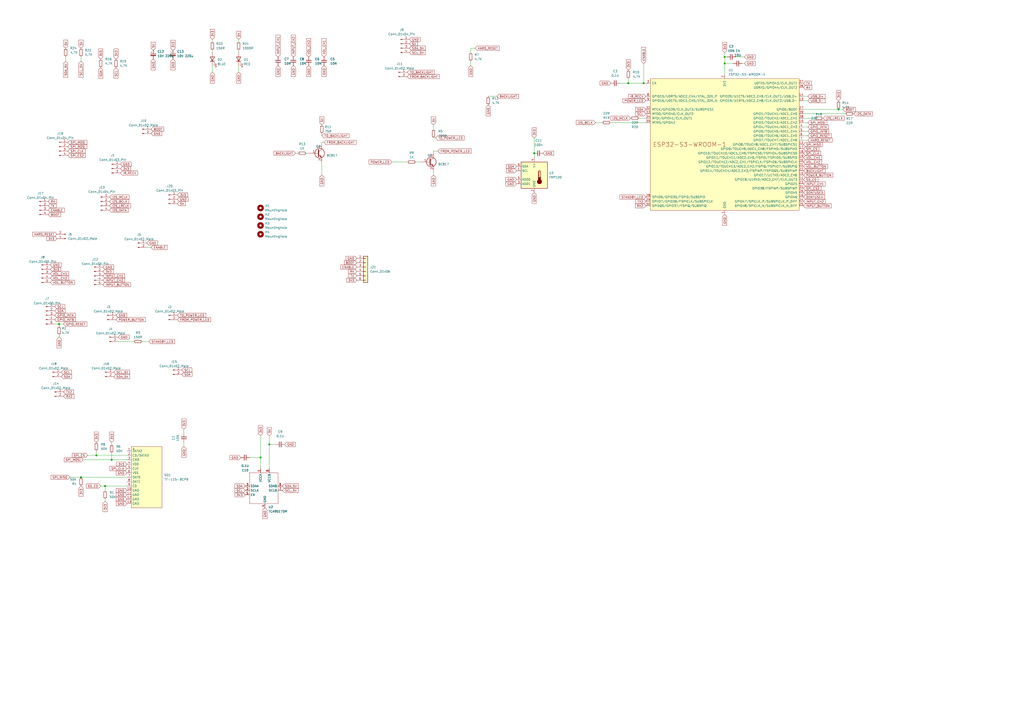
<source format=kicad_sch>
(kicad_sch (version 20250114) (generator "eeschema") (generator_version "9.0")
  (paper "A2")
  (junction (at 486.41 63.5))
  (junction (at 46.99 276.86))
  (junction (at 156.21 257.81))
  (junction (at 309.88 88.9))
  (junction (at 60.96 281.94))
  (junction (at 364.49 48.26))
  (junction (at 64.77 266.7))
  (junction (at 55.88 264.16))
  (junction (at 151.13 265.43))
  (junction (at 373.38 48.26))
  (junction (at 420.37 36.83))
  (junction (at 34.29 187.96))
  (junction (at 420.37 33.02))
  (wire (pts (xy 488.95 63.5) (xy 486.41 63.5)))
  (wire (pts (xy 354.33 71.12) (xy 374.65 71.12)))
  (wire (pts (xy 55.88 261.62) (xy 55.88 264.16)))
  (wire (pts (xy 364.49 48.26) (xy 373.38 48.26)))
  (wire (pts (xy 309.88 80.01) (xy 309.88 88.9)))
  (wire (pts (xy 421.64 33.02) (xy 420.37 33.02)))
  (wire (pts (xy 186.69 78.74) (xy 186.69 77.47)))
  (wire (pts (xy 251.46 99.06) (xy 251.46 101.6)))
  (wire (pts (xy 251.46 72.39) (xy 251.46 74.93)))
  (wire (pts (xy 468.63 78.74) (xy 466.09 78.74)))
  (wire (pts (xy 468.63 76.2) (xy 466.09 76.2)))
  (wire (pts (xy 46.99 276.86) (xy 73.66 276.86)))
  (wire (pts (xy 60.96 281.94) (xy 73.66 281.94)))
  (wire (pts (xy 420.37 33.02) (xy 420.37 36.83)))
  (wire (pts (xy 468.63 71.12) (xy 466.09 71.12)))
  (wire (pts (xy 64.77 266.7) (xy 73.66 266.7)))
  (wire (pts (xy 186.69 93.98) (xy 186.69 101.6)))
  (wire (pts (xy 420.37 30.48) (xy 420.37 33.02)))
  (wire (pts (xy 58.42 281.94) (xy 60.96 281.94)))
  (wire (pts (xy 420.37 36.83) (xy 420.37 43.18)))
  (wire (pts (xy 156.21 257.81) (xy 156.21 271.78)))
  (wire (pts (xy 123.19 24.13) (xy 123.19 22.86)))
  (wire (pts (xy 55.88 264.16) (xy 73.66 264.16)))
  (wire (pts (xy 309.88 88.9) (xy 309.88 91.44)))
  (wire (pts (xy 251.46 87.63) (xy 251.46 88.9)))
  (wire (pts (xy 186.69 83.82) (xy 186.69 82.55)))
  (wire (pts (xy 106.68 248.92) (xy 106.68 251.46)))
  (wire (pts (xy 288.29 55.88) (xy 283.21 55.88)))
  (wire (pts (xy 34.29 187.96) (xy 31.75 187.96)))
  (wire (pts (xy 373.38 48.26) (xy 374.65 48.26)))
  (wire (pts (xy 144.78 265.43) (xy 151.13 265.43)))
  (wire (pts (xy 48.26 266.7) (xy 64.77 266.7)))
  (wire (pts (xy 490.22 66.04) (xy 466.09 66.04)))
  (wire (pts (xy 345.44 71.12) (xy 349.25 71.12)))
  (wire (pts (xy 86.36 198.12) (xy 82.55 198.12)))
  (wire (pts (xy 34.29 189.23) (xy 34.29 187.96)))
  (wire (pts (xy 186.69 82.55) (xy 187.96 82.55)))
  (wire (pts (xy 64.77 256.54) (xy 64.77 257.81)))
  (wire (pts (xy 85.09 143.51) (xy 87.63 143.51)))
  (wire (pts (xy 425.45 36.83) (xy 420.37 36.83)))
  (wire (pts (xy 138.43 30.48) (xy 138.43 29.21)))
  (wire (pts (xy 50.8 264.16) (xy 55.88 264.16)))
  (wire (pts (xy 123.19 30.48) (xy 123.19 29.21)))
  (wire (pts (xy 468.63 58.42) (xy 466.09 58.42)))
  (wire (pts (xy 151.13 265.43) (xy 151.13 271.78)))
  (wire (pts (xy 138.43 41.91) (xy 138.43 38.1)))
  (wire (pts (xy 472.44 68.58) (xy 466.09 68.58)))
  (wire (pts (xy 171.45 88.9) (xy 172.72 88.9)))
  (wire (pts (xy 251.46 87.63) (xy 254 87.63)))
  (wire (pts (xy 273.05 38.1) (xy 273.05 35.56)))
  (wire (pts (xy 36.83 187.96) (xy 34.29 187.96)))
  (wire (pts (xy 38.1 33.02) (xy 38.1 35.56)))
  (wire (pts (xy 468.63 73.66) (xy 466.09 73.66)))
  (wire (pts (xy 241.3 93.98) (xy 243.84 93.98)))
  (wire (pts (xy 123.19 41.91) (xy 123.19 38.1)))
  (wire (pts (xy 431.8 36.83) (xy 430.53 36.83)))
  (wire (pts (xy 431.8 33.02) (xy 426.72 33.02)))
  (wire (pts (xy 156.21 252.73) (xy 156.21 257.81)))
  (wire (pts (xy 370.84 68.58) (xy 374.65 68.58)))
  (wire (pts (xy 151.13 252.73) (xy 151.13 265.43)))
  (wire (pts (xy 373.38 36.83) (xy 373.38 48.26)))
  (wire (pts (xy 275.59 27.94) (xy 273.05 27.94)))
  (wire (pts (xy 252.73 80.01) (xy 251.46 80.01)))
  (wire (pts (xy 34.29 195.58) (xy 34.29 194.31)))
  (wire (pts (xy 60.96 290.83) (xy 60.96 289.56)))
  (wire (pts (xy 156.21 257.81) (xy 160.02 257.81)))
  (wire (pts (xy 468.63 55.88) (xy 466.09 55.88)))
  (wire (pts (xy 273.05 30.48) (xy 273.05 27.94)))
  (wire (pts (xy 466.09 63.5) (xy 486.41 63.5)))
  (wire (pts (xy 64.77 262.89) (xy 64.77 266.7)))
  (wire (pts (xy 468.63 81.28) (xy 466.09 81.28)))
  (wire (pts (xy 138.43 24.13) (xy 138.43 22.86)))
  (wire (pts (xy 359.41 48.26) (xy 364.49 48.26)))
  (wire (pts (xy 364.49 45.72) (xy 364.49 48.26)))
  (wire (pts (xy 177.8 88.9) (xy 179.07 88.9)))
  (wire (pts (xy 60.96 284.48) (xy 60.96 281.94)))
  (wire (pts (xy 46.99 33.02) (xy 46.99 35.56)))
  (wire (pts (xy 77.47 198.12) (xy 68.58 198.12)))
  (wire (pts (xy 227.33 93.98) (xy 236.22 93.98)))
  (wire (pts (xy 40.64 276.86) (xy 46.99 276.86)))
  (wire (pts (xy 106.68 259.08) (xy 106.68 256.54)))
  (global_label "VOL_CH1" (shape input) (at 187.96 33.02 90) (property "Intersheetrefs" "${INTERSHEET_REFS}" (effects (hide yes))))
  (global_label "SDA_5V" (shape input) (at 237.49 27.94 0) (property "Intersheetrefs" "${INTERSHEET_REFS}" (effects (hide yes))))
  (global_label "GND" (shape input) (at 59.69 154.94 0) (property "Intersheetrefs" "${INTERSHEET_REFS}" (effects (hide yes))))
  (global_label "VOL_CH2" (shape input) (at 29.21 161.29 0) (property "Intersheetrefs" "${INTERSHEET_REFS}" (effects (hide yes))))
  (global_label "SPI_CS2" (shape input) (at 39.37 90.17 0) (property "Intersheetrefs" "${INTERSHEET_REFS}" (effects (hide yes))))
  (global_label "GND" (shape input) (at 29.21 153.67 0) (property "Intersheetrefs" "${INTERSHEET_REFS}" (effects (hide yes))))
  (global_label "5V" (shape input) (at 38.1 27.94 90) (property "Intersheetrefs" "${INTERSHEET_REFS}" (effects (hide yes))))
  (global_label "DONTUSE4" (shape input) (at 466.09 114.3 0) (property "Intersheetrefs" "${INTERSHEET_REFS}" (effects (hide yes))))
  (global_label "VOL_CH2" (shape input) (at 466.09 93.98 0) (property "Intersheetrefs" "${INTERSHEET_REFS}" (effects (hide yes))))
  (global_label "USB_D-" (shape input) (at 468.63 58.42 0) (property "Intersheetrefs" "${INTERSHEET_REFS}" (effects (hide yes))))
  (global_label "GND" (shape input) (at 73.66 292.1 180) (property "Intersheetrefs" "${INTERSHEET_REFS}" (effects (hide yes))))
  (global_label "GND" (shape input) (at 87.63 77.47 0) (property "Intersheetrefs" "${INTERSHEET_REFS}" (effects (hide yes))))
  (global_label "GND" (shape input) (at 106.68 259.08 270) (property "Intersheetrefs" "${INTERSHEET_REFS}" (effects (hide yes))))
  (global_label "3V3" (shape input) (at 420.37 30.48 90) (property "Intersheetrefs" "${INTERSHEET_REFS}" (effects (hide yes))))
  (global_label "GND" (shape input) (at 237.49 22.86 0) (property "Intersheetrefs" "${INTERSHEET_REFS}" (effects (hide yes))))
  (global_label "GND" (shape input) (at 431.8 33.02 0) (property "Intersheetrefs" "${INTERSHEET_REFS}" (effects (hide yes))))
  (global_label "GND" (shape input) (at 68.58 195.58 0) (property "Intersheetrefs" "${INTERSHEET_REFS}" (effects (hide yes))))
  (global_label "5V" (shape input) (at 46.99 27.94 90) (property "Intersheetrefs" "${INTERSHEET_REFS}" (effects (hide yes))))
  (global_label "5V" (shape input) (at 156.21 252.73 90) (property "Intersheetrefs" "${INTERSHEET_REFS}" (effects (hide yes))))
  (global_label "VOL_CH1" (shape input) (at 466.09 91.44 0) (property "Intersheetrefs" "${INTERSHEET_REFS}" (effects (hide yes))))
  (global_label "IR_RECV" (shape input) (at 69.85 100.33 0) (property "Intersheetrefs" "${INTERSHEET_REFS}" (effects (hide yes))))
  (global_label "3V3" (shape input) (at 69.85 97.79 0) (property "Intersheetrefs" "${INTERSHEET_REFS}" (effects (hide yes))))
  (global_label "SCL_5V" (shape input) (at 66.04 215.9 0) (property "Intersheetrefs" "${INTERSHEET_REFS}" (effects (hide yes))))
  (global_label "POWER_LED" (shape input) (at 374.65 58.42 180) (property "Intersheetrefs" "${INTERSHEET_REFS}" (effects (hide yes))))
  (global_label "3V3" (shape input) (at 207.01 162.56 180) (property "Intersheetrefs" "${INTERSHEET_REFS}" (effects (hide yes))))
  (global_label "3V3" (shape input) (at 106.68 248.92 90) (property "Intersheetrefs" "${INTERSHEET_REFS}" (effects (hide yes))))
  (global_label "SDA_5V" (shape input) (at 66.04 218.44 0) (property "Intersheetrefs" "${INTERSHEET_REFS}" (effects (hide yes))))
  (global_label "BOOT" (shape input) (at 488.95 63.5 0) (property "Intersheetrefs" "${INTERSHEET_REFS}" (effects (hide yes))))
  (global_label "SDA" (shape input) (at 58.42 39.37 270) (property "Intersheetrefs" "${INTERSHEET_REFS}" (effects (hide yes))))
  (global_label "SCL" (shape input) (at 105.41 214.63 0) (property "Intersheetrefs" "${INTERSHEET_REFS}" (effects (hide yes))))
  (global_label "GND" (shape input) (at 34.29 195.58 270) (property "Intersheetrefs" "${INTERSHEET_REFS}" (effects (hide yes))))
  (global_label "BOOT" (shape input) (at 87.63 74.93 0) (property "Intersheetrefs" "${INTERSHEET_REFS}" (effects (hide yes))))
  (global_label "POWER_BUTTON" (shape input) (at 67.31 185.42 0) (property "Intersheetrefs" "${INTERSHEET_REFS}" (effects (hide yes))))
  (global_label "3V3" (shape input) (at 55.88 256.54 90) (property "Intersheetrefs" "${INTERSHEET_REFS}" (effects (hide yes))))
  (global_label "INPUT_CH2" (shape input) (at 170.18 33.02 90) (property "Intersheetrefs" "${INTERSHEET_REFS}" (effects (hide yes))))
  (global_label "GND" (shape input) (at 88.9 34.29 270) (property "Intersheetrefs" "${INTERSHEET_REFS}" (effects (hide yes))))
  (global_label "HARD_RESET" (shape input) (at 275.59 27.94 0) (property "Intersheetrefs" "${INTERSHEET_REFS}" (effects (hide yes))))
  (global_label "3V3" (shape input) (at 73.66 269.24 180) (property "Intersheetrefs" "${INTERSHEET_REFS}" (effects (hide yes))))
  (global_label "GPIO_INTB" (shape input) (at 468.63 76.2 0) (property "Intersheetrefs" "${INTERSHEET_REFS}" (effects (hide yes))))
  (global_label "5V" (shape input) (at 102.87 118.11 0) (property "Intersheetrefs" "${INTERSHEET_REFS}" (effects (hide yes))))
  (global_label "SPI_MOSI" (shape input) (at 468.63 71.12 0) (property "Intersheetrefs" "${INTERSHEET_REFS}" (effects (hide yes))))
  (global_label "3V3" (shape input) (at 100.33 29.21 90) (property "Intersheetrefs" "${INTERSHEET_REFS}" (effects (hide yes))))
  (global_label "SCL" (shape input) (at 31.75 177.8 0) (property "Intersheetrefs" "${INTERSHEET_REFS}" (effects (hide yes))))
  (global_label "GND" (shape input) (at 161.29 38.1 270) (property "Intersheetrefs" "${INTERSHEET_REFS}" (effects (hide yes))))
  (global_label "GND" (shape input) (at 100.33 34.29 270) (property "Intersheetrefs" "${INTERSHEET_REFS}" (effects (hide yes))))
  (global_label "SDA_5V" (shape input) (at 163.83 281.94 0) (property "Intersheetrefs" "${INTERSHEET_REFS}" (effects (hide yes))))
  (global_label "TO_BACKLIGHT" (shape input) (at 186.69 78.74 0) (property "Intersheetrefs" "${INTERSHEET_REFS}" (effects (hide yes))))
  (global_label "3V3" (shape input) (at 364.49 40.64 90) (property "Intersheetrefs" "${INTERSHEET_REFS}" (effects (hide yes))))
  (global_label "3V3" (shape input) (at 46.99 281.94 270) (property "Intersheetrefs" "${INTERSHEET_REFS}" (effects (hide yes))))
  (global_label "SPI_MOSI" (shape input) (at 48.26 266.7 180) (property "Intersheetrefs" "${INTERSHEET_REFS}" (effects (hide yes))))
  (global_label "GND" (shape input) (at 69.85 95.25 0) (property "Intersheetrefs" "${INTERSHEET_REFS}" (effects (hide yes))))
  (global_label "SDA" (shape input) (at 35.56 218.44 0) (property "Intersheetrefs" "${INTERSHEET_REFS}" (effects (hide yes))))
  (global_label "5V" (shape input) (at 88.9 29.21 90) (property "Intersheetrefs" "${INTERSHEET_REFS}" (effects (hide yes))))
  (global_label "TX" (shape input) (at 466.09 48.26 0) (property "Intersheetrefs" "${INTERSHEET_REFS}" (effects (hide yes))))
  (global_label "I2S_MCLK" (shape input) (at 63.5 114.3 0) (property "Intersheetrefs" "${INTERSHEET_REFS}" (effects (hide yes))))
  (global_label "TX" (shape input) (at 207.01 160.02 180) (property "Intersheetrefs" "${INTERSHEET_REFS}" (effects (hide yes))))
  (global_label "I2S_DATA" (shape input) (at 63.5 121.92 0) (property "Intersheetrefs" "${INTERSHEET_REFS}" (effects (hide yes))))
  (global_label "I2S_BCLK" (shape input) (at 63.5 116.84 0) (property "Intersheetrefs" "${INTERSHEET_REFS}" (effects (hide yes))))
  (global_label "GND" (shape input) (at 73.66 284.48 180) (property "Intersheetrefs" "${INTERSHEET_REFS}" (effects (hide yes))))
  (global_label "SCL_5V" (shape input) (at 163.83 284.48 0) (property "Intersheetrefs" "${INTERSHEET_REFS}" (effects (hide yes))))
  (global_label "5V" (shape input) (at 237.49 25.4 0) (property "Intersheetrefs" "${INTERSHEET_REFS}" (effects (hide yes))))
  (global_label "3V3" (shape input) (at 33.02 138.43 180) (property "Intersheetrefs" "${INTERSHEET_REFS}" (effects (hide yes))))
  (global_label "TX2" (shape input) (at 36.83 227.33 0) (property "Intersheetrefs" "${INTERSHEET_REFS}" (effects (hide yes))))
  (global_label "VOL_BUTTON" (shape input) (at 29.21 163.83 0) (property "Intersheetrefs" "${INTERSHEET_REFS}" (effects (hide yes))))
  (global_label "SDA_5V" (shape input) (at 38.1 35.56 270) (property "Intersheetrefs" "${INTERSHEET_REFS}" (effects (hide yes))))
  (global_label "INPUT_CH2" (shape input) (at 59.69 162.56 0) (property "Intersheetrefs" "${INTERSHEET_REFS}" (effects (hide yes))))
  (global_label "BOOT" (shape input) (at 207.01 152.4 180) (property "Intersheetrefs" "${INTERSHEET_REFS}" (effects (hide yes))))
  (global_label "STANDBY_LED" (shape input) (at 374.65 114.3 180) (property "Intersheetrefs" "${INTERSHEET_REFS}" (effects (hide yes))))
  (global_label "RX" (shape input) (at 207.01 157.48 180) (property "Intersheetrefs" "${INTERSHEET_REFS}" (effects (hide yes))))
  (global_label "INPUT_BUTTON" (shape input) (at 59.69 165.1 0) (property "Intersheetrefs" "${INTERSHEET_REFS}" (effects (hide yes))))
  (global_label "BOOT" (shape input) (at 27.94 124.46 0) (property "Intersheetrefs" "${INTERSHEET_REFS}" (effects (hide yes))))
  (global_label "INPUT_CH1" (shape input) (at 466.09 106.68 0) (property "Intersheetrefs" "${INTERSHEET_REFS}" (effects (hide yes))))
  (global_label "3V3" (shape input) (at 151.13 252.73 90) (property "Intersheetrefs" "${INTERSHEET_REFS}" (effects (hide yes))))
  (global_label "GND" (shape input) (at 73.66 289.56 180) (property "Intersheetrefs" "${INTERSHEET_REFS}" (effects (hide yes))))
  (global_label "3V3" (shape input) (at 64.77 256.54 90) (property "Intersheetrefs" "${INTERSHEET_REFS}" (effects (hide yes))))
  (global_label "GND" (shape input) (at 102.87 115.57 0) (property "Intersheetrefs" "${INTERSHEET_REFS}" (effects (hide yes))))
  (global_label "STANDBY_LED" (shape input) (at 86.36 198.12 0) (property "Intersheetrefs" "${INTERSHEET_REFS}" (effects (hide yes))))
  (global_label "I2S_LRCLK" (shape input) (at 477.52 68.58 0) (property "Intersheetrefs" "${INTERSHEET_REFS}" (effects (hide yes))))
  (global_label "RX2" (shape input) (at 36.83 229.87 0) (property "Intersheetrefs" "${INTERSHEET_REFS}" (effects (hide yes))))
  (global_label "SPI_CLK" (shape input) (at 466.09 88.9 0) (property "Intersheetrefs" "${INTERSHEET_REFS}" (effects (hide yes))))
  (global_label "3V3" (shape input) (at 142.24 287.02 180) (property "Intersheetrefs" "${INTERSHEET_REFS}" (effects (hide yes))))
  (global_label "SPI_CS" (shape input) (at 466.09 86.36 0) (property "Intersheetrefs" "${INTERSHEET_REFS}" (effects (hide yes))))
  (global_label "TX2" (shape input) (at 374.65 116.84 180) (property "Intersheetrefs" "${INTERSHEET_REFS}" (effects (hide yes))))
  (global_label "I2S_MCLK" (shape input) (at 365.76 68.58 180) (property "Intersheetrefs" "${INTERSHEET_REFS}" (effects (hide yes))))
  (global_label "SCL" (shape input) (at 142.24 284.48 180) (property "Intersheetrefs" "${INTERSHEET_REFS}" (effects (hide yes))))
  (global_label "SCL" (shape input) (at 374.65 66.04 180) (property "Intersheetrefs" "${INTERSHEET_REFS}" (effects (hide yes))))
  (global_label "GPIO_RESET" (shape input) (at 468.63 78.74 0) (property "Intersheetrefs" "${INTERSHEET_REFS}" (effects (hide yes))))
  (global_label "SDA" (shape input) (at 374.65 63.5 180) (property "Intersheetrefs" "${INTERSHEET_REFS}" (effects (hide yes))))
  (global_label "SPI_MISO" (shape input) (at 40.64 276.86 180) (property "Intersheetrefs" "${INTERSHEET_REFS}" (effects (hide yes))))
  (global_label "ENABLE" (shape input) (at 207.01 154.94 180) (property "Intersheetrefs" "${INTERSHEET_REFS}" (effects (hide yes))))
  (global_label "SPI_MISO" (shape input) (at 466.09 83.82 0) (property "Intersheetrefs" "${INTERSHEET_REFS}" (effects (hide yes))))
  (global_label "GND" (shape input) (at 153.67 294.64 270) (property "Intersheetrefs" "${INTERSHEET_REFS}" (effects (hide yes))))
  (global_label "ENABLE" (shape input) (at 373.38 36.83 90) (property "Intersheetrefs" "${INTERSHEET_REFS}" (effects (hide yes))))
  (global_label "GND" (shape input) (at 123.19 41.91 270) (property "Intersheetrefs" "${INTERSHEET_REFS}" (effects (hide yes))))
  (global_label "GND" (shape input) (at 139.7 265.43 180) (property "Intersheetrefs" "${INTERSHEET_REFS}" (effects (hide yes))))
  (global_label "INPUT_CH2" (shape input) (at 466.09 116.84 0) (property "Intersheetrefs" "${INTERSHEET_REFS}" (effects (hide yes))))
  (global_label "RX" (shape input) (at 466.09 50.8 0) (property "Intersheetrefs" "${INTERSHEET_REFS}" (effects (hide yes))))
  (global_label "SPI_CLK" (shape input) (at 39.37 87.63 0) (property "Intersheetrefs" "${INTERSHEET_REFS}" (effects (hide yes))))
  (global_label "SCL" (shape input) (at 35.56 215.9 0) (property "Intersheetrefs" "${INTERSHEET_REFS}" (effects (hide yes))))
  (global_label "FROM_POWER_LED" (shape input) (at 254 87.63 0) (property "Intersheetrefs" "${INTERSHEET_REFS}" (effects (hide yes))))
  (global_label "INPUT_BUTTON" (shape input) (at 466.09 119.38 0) (property "Intersheetrefs" "${INTERSHEET_REFS}" (effects (hide yes))))
  (global_label "5V" (shape input) (at 186.69 72.39 90) (property "Intersheetrefs" "${INTERSHEET_REFS}" (effects (hide yes))))
  (global_label "GND" (shape input) (at 299.72 104.14 180) (property "Intersheetrefs" "${INTERSHEET_REFS}" (effects (hide yes))))
  (global_label "RX" (shape input) (at 27.94 116.84 0) (property "Intersheetrefs" "${INTERSHEET_REFS}" (effects (hide yes))))
  (global_label "GND" (shape input) (at 354.33 48.26 180) (property "Intersheetrefs" "${INTERSHEET_REFS}" (effects (hide yes))))
  (global_label "GND" (shape input) (at 299.72 106.68 180) (property "Intersheetrefs" "${INTERSHEET_REFS}" (effects (hide yes))))
  (global_label "GND" (shape input) (at 283.21 60.96 270) (property "Intersheetrefs" "${INTERSHEET_REFS}" (effects (hide yes))))
  (global_label "SCL_5V" (shape input) (at 46.99 35.56 270) (property "Intersheetrefs" "${INTERSHEET_REFS}" (effects (hide yes))))
  (global_label "VOL_CH2" (shape input) (at 179.07 33.02 90) (property "Intersheetrefs" "${INTERSHEET_REFS}" (effects (hide yes))))
  (global_label "SCL" (shape input) (at 67.31 39.37 270) (property "Intersheetrefs" "${INTERSHEET_REFS}" (effects (hide yes))))
  (global_label "TO_POWER_LED" (shape input) (at 252.73 80.01 0) (property "Intersheetrefs" "${INTERSHEET_REFS}" (effects (hide yes))))
  (global_label "DONTUSE3" (shape input) (at 466.09 111.76 0) (property "Intersheetrefs" "${INTERSHEET_REFS}" (effects (hide yes))))
  (global_label "SDA" (shape input) (at 142.24 281.94 180) (property "Intersheetrefs" "${INTERSHEET_REFS}" (effects (hide yes))))
  (global_label "GND" (shape input) (at 73.66 274.32 180) (property "Intersheetrefs" "${INTERSHEET_REFS}" (effects (hide yes))))
  (global_label "BACKLIGHT" (shape input) (at 288.29 55.88 0) (property "Intersheetrefs" "${INTERSHEET_REFS}" (effects (hide yes))))
  (global_label "SPI_MOSI" (shape input) (at 39.37 82.55 0) (property "Intersheetrefs" "${INTERSHEET_REFS}" (effects (hide yes))))
  (global_label "3V3" (shape input) (at 60.96 290.83 270) (property "Intersheetrefs" "${INTERSHEET_REFS}" (effects (hide yes))))
  (global_label "FROM_POWER_LED" (shape input) (at 102.87 185.42 0) (property "Intersheetrefs" "${INTERSHEET_REFS}" (effects (hide yes))))
  (global_label "3V3" (shape input) (at 67.31 34.29 90) (property "Intersheetrefs" "${INTERSHEET_REFS}" (effects (hide yes))))
  (global_label "GPIO_RESET" (shape input) (at 36.83 187.96 0) (property "Intersheetrefs" "${INTERSHEET_REFS}" (effects (hide yes))))
  (global_label "GND" (shape input) (at 165.1 257.81 0) (property "Intersheetrefs" "${INTERSHEET_REFS}" (effects (hide yes))))
  (global_label "GND" (shape input) (at 73.66 287.02 180) (property "Intersheetrefs" "${INTERSHEET_REFS}" (effects (hide yes))))
  (global_label "BACKLIGHT" (shape input) (at 171.45 88.9 180) (property "Intersheetrefs" "${INTERSHEET_REFS}" (effects (hide yes))))
  (global_label "IR_RECV" (shape input) (at 374.65 55.88 180) (property "Intersheetrefs" "${INTERSHEET_REFS}" (effects (hide yes))))
  (global_label "SPI_CS" (shape input) (at 50.8 264.16 180) (property "Intersheetrefs" "${INTERSHEET_REFS}" (effects (hide yes))))
  (global_label "GND" (shape input) (at 67.31 182.88 0) (property "Intersheetrefs" "${INTERSHEET_REFS}" (effects (hide yes))))
  (global_label "GND" (shape input) (at 314.96 88.9 0) (property "Intersheetrefs" "${INTERSHEET_REFS}" (effects (hide yes))))
  (global_label "SPI_CS2" (shape input) (at 466.09 109.22 0) (property "Intersheetrefs" "${INTERSHEET_REFS}" (effects (hide yes))))
  (global_label "GND" (shape input) (at 187.96 38.1 270) (property "Intersheetrefs" "${INTERSHEET_REFS}" (effects (hide yes))))
  (global_label "HARD_RESET" (shape input) (at 468.63 81.28 0) (property "Intersheetrefs" "${INTERSHEET_REFS}" (effects (hide yes))))
  (global_label "ENABLE" (shape input) (at 27.94 121.92 0) (property "Intersheetrefs" "${INTERSHEET_REFS}" (effects (hide yes))))
  (global_label "FROM_BACKLIGHT" (shape input) (at 236.22 44.45 0) (property "Intersheetrefs" "${INTERSHEET_REFS}" (effects (hide yes))))
  (global_label "3V3" (shape input) (at 486.41 58.42 90) (property "Intersheetrefs" "${INTERSHEET_REFS}" (effects (hide yes))))
  (global_label "GND" (shape input) (at 273.05 38.1 270) (property "Intersheetrefs" "${INTERSHEET_REFS}" (effects (hide yes))))
  (global_label "3V3" (shape input) (at 309.88 80.01 90) (property "Intersheetrefs" "${INTERSHEET_REFS}" (effects (hide yes))))
  (global_label "3V3" (shape input) (at 29.21 156.21 0) (property "Intersheetrefs" "${INTERSHEET_REFS}" (effects (hide yes))))
  (global_label "GPIO_INTA" (shape input) (at 468.63 73.66 0) (property "Intersheetrefs" "${INTERSHEET_REFS}" (effects (hide yes))))
  (global_label "GND" (shape input) (at 309.88 111.76 270) (property "Intersheetrefs" "${INTERSHEET_REFS}" (effects (hide yes))))
  (global_label "USB_D+" (shape input) (at 468.63 55.88 0) (property "Intersheetrefs" "${INTERSHEET_REFS}" (effects (hide yes))))
  (global_label "I2S_LRCLK" (shape input) (at 63.5 119.38 0) (property "Intersheetrefs" "${INTERSHEET_REFS}" (effects (hide yes))))
  (global_label "RX2" (shape input) (at 374.65 119.38 180) (property "Intersheetrefs" "${INTERSHEET_REFS}" (effects (hide yes))))
  (global_label "FROM_BACKLIGHT" (shape input) (at 187.96 82.55 0) (property "Intersheetrefs" "${INTERSHEET_REFS}" (effects (hide yes))))
  (global_label "SDA" (shape input) (at 31.75 180.34 0) (property "Intersheetrefs" "${INTERSHEET_REFS}" (effects (hide yes))))
  (global_label "GND" (shape input) (at 85.09 140.97 0) (property "Intersheetrefs" "${INTERSHEET_REFS}" (effects (hide yes))))
  (global_label "SD_CD" (shape input) (at 58.42 281.94 180) (property "Intersheetrefs" "${INTERSHEET_REFS}" (effects (hide yes))))
  (global_label "TO_BACKLIGHT" (shape input) (at 236.22 41.91 0) (property "Intersheetrefs" "${INTERSHEET_REFS}" (effects (hide yes))))
  (global_label "GPIO_INTB" (shape input) (at 31.75 185.42 0) (property "Intersheetrefs" "${INTERSHEET_REFS}" (effects (hide yes))))
  (global_label "SPI_CLK" (shape input) (at 73.66 271.78 180) (property "Intersheetrefs" "${INTERSHEET_REFS}" (effects (hide yes))))
  (global_label "SPI_MOSI" (shape input) (at 39.37 85.09 0) (property "Intersheetrefs" "${INTERSHEET_REFS}" (effects (hide yes))))
  (global_label "SDA" (shape input) (at 299.72 96.52 180) (property "Intersheetrefs" "${INTERSHEET_REFS}" (effects (hide yes))))
  (global_label "GND" (shape input) (at 186.69 101.6 270) (property "Intersheetrefs" "${INTERSHEET_REFS}" (effects (hide yes))))
  (global_label "3V3" (shape input) (at 102.87 113.03 0) (property "Intersheetrefs" "${INTERSHEET_REFS}" (effects (hide yes))))
  (global_label "POWER_BUTTON" (shape input) (at 466.09 101.6 0) (property "Intersheetrefs" "${INTERSHEET_REFS}" (effects (hide yes))))
  (global_label "SDA" (shape input) (at 105.41 217.17 0) (property "Intersheetrefs" "${INTERSHEET_REFS}" (effects (hide yes))))
  (global_label "BACKLIGHT" (shape input) (at 466.09 99.06 0) (property "Intersheetrefs" "${INTERSHEET_REFS}" (effects (hide yes))))
  (global_label "ENABLE" (shape input) (at 87.63 143.51 0) (property "Intersheetrefs" "${INTERSHEET_REFS}" (effects (hide yes))))
  (global_label "I2S_BCLK" (shape input) (at 345.44 71.12 180) (property "Intersheetrefs" "${INTERSHEET_REFS}" (effects (hide yes))))
  (global_label "HARD_RESET" (shape input) (at 33.02 135.89 180) (property "Intersheetrefs" "${INTERSHEET_REFS}" (effects (hide yes))))
  (global_label "GND" (shape input) (at 431.8 36.83 0) (property "Intersheetrefs" "${INTERSHEET_REFS}" (effects (hide yes))))
  (global_label "SD_CD" (shape input) (at 466.09 104.14 0) (property "Intersheetrefs" "${INTERSHEET_REFS}" (effects (hide yes))))
  (global_label "3V3" (shape input) (at 58.42 34.29 90) (property "Intersheetrefs" "${INTERSHEET_REFS}" (effects (hide yes))))
  (global_label "I2S_DATA" (shape input) (at 495.3 66.04 0) (property "Intersheetrefs" "${INTERSHEET_REFS}" (effects (hide yes))))
  (global_label "VOL_CH1" (shape input) (at 29.21 158.75 0) (property "Intersheetrefs" "${INTERSHEET_REFS}" (effects (hide yes))))
  (global_label "POWER_LED" (shape input) (at 227.33 93.98 180) (property "Intersheetrefs" "${INTERSHEET_REFS}" (effects (hide yes))))
  (global_label "INPUT_CH1" (shape input) (at 59.69 160.02 0) (property "Intersheetrefs" "${INTERSHEET_REFS}" (effects (hide yes))))
  (global_label "GND" (shape input) (at 138.43 41.91 270) (property "Intersheetrefs" "${INTERSHEET_REFS}" (effects (hide yes))))
  (global_label "3V3" (shape input) (at 123.19 22.86 90) (property "Intersheetrefs" "${INTERSHEET_REFS}" (effects (hide yes))))
  (global_label "3V3" (shape input) (at 59.69 157.48 0) (property "Intersheetrefs" "${INTERSHEET_REFS}" (effects (hide yes))))
  (global_label "5V" (shape input) (at 251.46 72.39 90) (property "Intersheetrefs" "${INTERSHEET_REFS}" (effects (hide yes))))
  (global_label "GND" (shape input) (at 179.07 38.1 270) (property "Intersheetrefs" "${INTERSHEET_REFS}" (effects (hide yes))))
  (global_label "GND" (shape input) (at 251.46 101.6 270) (property "Intersheetrefs" "${INTERSHEET_REFS}" (effects (hide yes))))
  (global_label "5V" (shape input) (at 138.43 22.86 90) (property "Intersheetrefs" "${INTERSHEET_REFS}" (effects (hide yes))))
  (global_label "VOL_BUTTON" (shape input) (at 466.09 96.52 0) (property "Intersheetrefs" "${INTERSHEET_REFS}" (effects (hide yes))))
  (global_label "GPIO_INTA" (shape input) (at 31.75 182.88 0) (property "Intersheetrefs" "${INTERSHEET_REFS}" (effects (hide yes))))
  (global_label "GND" (shape input) (at 207.01 149.86 180) (property "Intersheetrefs" "${INTERSHEET_REFS}" (effects (hide yes))))
  (global_label "SCL" (shape input) (at 299.72 99.06 180) (property "Intersheetrefs" "${INTERSHEET_REFS}" (effects (hide yes))))
  (global_label "GND" (shape input) (at 170.18 38.1 270) (property "Intersheetrefs" "${INTERSHEET_REFS}" (effects (hide yes))))
  (global_label "TO_POWER_LED" (shape input) (at 102.87 182.88 0) (property "Intersheetrefs" "${INTERSHEET_REFS}" (effects (hide yes))))
  (global_label "GND" (shape input) (at 420.37 124.46 270) (property "Intersheetrefs" "${INTERSHEET_REFS}" (effects (hide yes))))
  (global_label "INPUT_CH1" (shape input) (at 161.29 33.02 90) (property "Intersheetrefs" "${INTERSHEET_REFS}" (effects (hide yes))))
  (global_label "TX" (shape input) (at 27.94 119.38 0) (property "Intersheetrefs" "${INTERSHEET_REFS}" (effects (hide yes))))
  (global_label "SCL_5V" (shape input) (at 237.49 30.48 0) (property "Intersheetrefs" "${INTERSHEET_REFS}" (effects (hide yes))))
  (symbol (lib_id "Mechanical:MountingHole") (at 151.13 130.81 0) (unit 1)
    (property "Reference" "H3" (at 153.67 129.5399 0) (effects (justify left)))
    (property "Value" "MountingHole" (at 153.67 132.0799 0) (effects (justify left)))
    (property "Footprint" "MountingHole:MountingHole_3.2mm_M3_DIN965_Pad_TopOnly" (effects (hide yes)))
  )
  (symbol (lib_id "Device:R_Small") (at 34.29 191.77 180) (unit 1)
    (property "Reference" "R2" (at 35.814 190.5 0) (effects (justify right)))
    (property "Value" "4.7K" (at 35.814 193.04 0) (effects (justify right)))
    (property "Footprint" "Resistor_SMD:R_0603_1608Metric_Pad0.98x0.95mm_HandSolder" (effects (hide yes)))
  )
  (symbol (lib_id "Device:R_Small") (at 364.49 43.18 0) (unit 1)
    (property "Reference" "R10" (at 367.03 41.9099 0) (effects (justify left)))
    (property "Value" "4.7K" (at 367.03 44.4499 0) (effects (justify left)))
    (property "Footprint" "Resistor_SMD:R_0603_1608Metric_Pad0.98x0.95mm_HandSolder" (effects (hide yes)))
  )
  (symbol (lib_id "Device:R_Small") (at 368.3 68.58 270) (unit 1)
    (property "Reference" "R20" (at 368.3 73.66 90))
    (property "Value" "22R" (at 368.3 71.12 90))
    (property "Footprint" "Resistor_SMD:R_0603_1608Metric" (effects (hide yes)))
    (property "Description" "Resistor, small symbol" (effects (hide yes)))
    (property "Mouser" "603-RT0805FRE0722RL" (effects (hide yes)))
  )
  (symbol (lib_id "Device:R_Small") (at 55.88 259.08 0) (unit 1)
    (property "Reference" "R8" (at 58.42 257.8099 0) (effects (justify left)))
    (property "Value" "50K" (at 58.42 260.3499 0) (effects (justify left)))
    (property "Footprint" "Resistor_SMD:R_0603_1608Metric_Pad0.98x0.95mm_HandSolder" (effects (hide yes)))
  )
  (symbol (lib_id "Device:R_Small") (at 58.42 36.83 0) (unit 1)
    (property "Reference" "R16" (at 60.96 34.2899 0) (effects (justify left)))
    (property "Value" "4.7K" (at 60.96 36.8299 0) (effects (justify left)))
    (property "Footprint" "Resistor_SMD:R_0603_1608Metric_Pad0.98x0.95mm_HandSolder" (effects (hide yes)))
  )
  (symbol (lib_id "Connector:Conn_01x02_Male") (at 80.01 140.97 0) (unit 1)
    (property "Reference" "J5" (at 80.645 136.144 0))
    (property "Value" "Conn_01x02_Male" (at 80.645 138.684 0))
    (property "Footprint" "Connector_JST:JST_PH_B2B-PH-K_1x02_P2.00mm_Vertical" (effects (hide yes)))
  )
  (symbol (lib_id "Device:C_Small") (at 162.56 257.81 90) (unit 1)
    (property "Reference" "C9" (at 162.5663 250.444 90))
    (property "Value" "0.1U" (at 162.5663 252.984 90))
    (property "Footprint" "Capacitor_SMD:C_0805_2012Metric_Pad1.18x1.45mm_HandSolder" (effects (hide yes)))
  )
  (symbol (lib_id "Device:R_Small") (at 138.43 26.67 0) (unit 1)
    (property "Reference" "R21" (at 140.589 25.3999 0) (effects (justify left)))
    (property "Value" "1000R" (at 140.589 27.9399 0) (effects (justify left)))
    (property "Footprint" "Resistor_SMD:R_0603_1608Metric_Pad0.98x0.95mm_HandSolder" (effects (hide yes)))
  )
  (symbol (lib_id "Device:C_Small") (at 142.24 265.43 270) (unit 1)
    (property "Reference" "C10" (at 142.2337 272.796 90))
    (property "Value" "0.1U" (at 142.2337 270.256 90))
    (property "Footprint" "Capacitor_SMD:C_0805_2012Metric_Pad1.18x1.45mm_HandSolder" (effects (hide yes)))
  )
  (symbol (lib_id "Device:R_Small") (at 46.99 30.48 0) (unit 1)
    (property "Reference" "R22" (at 49.149 29.2099 0) (effects (justify left)))
    (property "Value" "4.7K" (at 49.149 31.7499 0) (effects (justify left)))
    (property "Footprint" "Resistor_SMD:R_0603_1608Metric_Pad0.98x0.95mm_HandSolder" (effects (hide yes)))
  )
  (symbol (lib_id "Device:C_Small") (at 424.18 33.02 90) (unit 1)
    (property "Reference" "C2" (at 424.18 26.924 90))
    (property "Value" "10N" (at 424.18 29.464 90))
    (property "Footprint" "Capacitor_SMD:C_0805_2012Metric_Pad1.18x1.45mm_HandSolder" (effects (hide yes)))
  )
  (symbol (lib_id "Connector:Conn_01x02_Male") (at 63.5 195.58 0) (unit 1)
    (property "Reference" "J4" (at 64.135 190.754 0))
    (property "Value" "Conn_01x02_Male" (at 64.135 193.294 0))
    (property "Footprint" "Connector_JST:JST_PH_B2B-PH-K_1x02_P2.00mm_Vertical" (effects (hide yes)))
  )
  (symbol (lib_id "Device:C_Small") (at 170.18 35.56 180) (unit 1)
    (property "Reference" "C8" (at 173.7597 34.2835 0) (effects (justify right)))
    (property "Value" "10N" (at 173.7597 36.8235 0) (effects (justify right)))
    (property "Footprint" "Capacitor_SMD:C_0603_1608Metric_Pad1.08x0.95mm_HandSolder" (effects (hide yes)))
  )
  (symbol (lib_id "Connector:Conn_01x02_Male") (at 62.23 182.88 0) (unit 1)
    (property "Reference" "J3" (at 62.865 178.054 0))
    (property "Value" "Conn_01x02_Male" (at 62.865 180.594 0))
    (property "Footprint" "Connector_JST:JST_PH_B2B-PH-K_1x02_P2.00mm_Vertical" (effects (hide yes)))
  )
  (symbol (lib_id "Device:C_Small") (at 179.07 35.56 180) (unit 1)
    (property "Reference" "C6" (at 182.6497 34.2835 0) (effects (justify right)))
    (property "Value" "10N" (at 182.6497 36.8235 0) (effects (justify right)))
    (property "Footprint" "Capacitor_SMD:C_0603_1608Metric_Pad1.08x0.95mm_HandSolder" (effects (hide yes)))
  )
  (symbol (lib_id "Connector:Conn_01x02_Male") (at 31.75 227.33 0) (unit 1)
    (property "Reference" "J14" (at 32.385 222.504 0))
    (property "Value" "Conn_01x02_Male" (at 32.385 225.044 0))
    (property "Footprint" "Connector_JST:JST_PH_B2B-PH-K_1x02_P2.00mm_Vertical" (effects (hide yes)))
  )
  (symbol (lib_id "Connector:Conn_01x02_Male") (at 82.55 74.93 0) (unit 1)
    (property "Reference" "J10" (at 83.185 70.104 0))
    (property "Value" "Conn_01x02_Male" (at 83.185 72.644 0))
    (property "Footprint" "Connector_PinHeader_2.54mm:PinHeader_1x02_P2.54mm_Vertical" (effects (hide yes)))
  )
  (symbol (lib_id "Connector:Conn_01x04_Pin") (at 232.41 25.4 0) (unit 1)
    (property "Reference" "J9" (at 233.045 17.272 0))
    (property "Value" "Conn_01x04_Pin" (at 233.045 19.812 0))
    (property "Footprint" "Connector_JST:JST_PH_B4B-PH-K_1x04_P2.00mm_Vertical" (effects (hide yes)))
  )
  (symbol (lib_id "Connector:Conn_01x02_Male") (at 231.14 41.91 0) (unit 1)
    (property "Reference" "J11" (at 231.775 37.084 0))
    (property "Value" "Conn_01x02_Male" (at 231.775 39.624 0))
    (property "Footprint" "Connector_JST:JST_PH_B2B-PH-K_1x02_P2.00mm_Vertical" (effects (hide yes)))
  )
  (symbol (lib_id "Device:R_Small") (at 64.77 260.35 0) (unit 1)
    (property "Reference" "R6" (at 67.31 259.0799 0) (effects (justify left)))
    (property "Value" "50K" (at 67.31 261.6199 0) (effects (justify left)))
    (property "Footprint" "Resistor_SMD:R_0603_1608Metric_Pad0.98x0.95mm_HandSolder" (effects (hide yes)))
  )
  (symbol (lib_id "Connector:Conn_01x02_Male") (at 97.79 182.88 0) (unit 1)
    (property "Reference" "J2" (at 98.425 178.054 0))
    (property "Value" "Conn_01x02_Male" (at 98.425 180.594 0))
    (property "Footprint" "Connector_JST:JST_PH_B2B-PH-K_1x02_P2.00mm_Vertical" (effects (hide yes)))
  )
  (symbol (lib_id "Device:R_Small") (at 46.99 279.4 180) (unit 1)
    (property "Reference" "R4" (at 44.45 280.6701 0) (effects (justify left)))
    (property "Value" "50K" (at 44.45 278.1301 0) (effects (justify left)))
    (property "Footprint" "Resistor_SMD:R_0603_1608Metric_Pad0.98x0.95mm_HandSolder" (effects (hide yes)))
  )
  (symbol (lib_id "Connector:Conn_01x05_Pin") (at 24.13 158.75 0) (unit 1)
    (property "Reference" "J8" (at 24.765 149.225 0))
    (property "Value" "Conn_01x05_Pin" (at 24.765 151.765 0))
    (property "Footprint" "Connector_JST:JST_PH_B5B-PH-K_1x05_P2.00mm_Vertical" (effects (hide yes)))
  )
  (symbol (lib_id "Device:LED") (at 123.19 34.29 90) (unit 1)
    (property "Reference" "D2" (at 126.111 34.6074 90) (effects (justify right)))
    (property "Value" "BLUE" (at 126.111 37.1474 90) (effects (justify right)))
    (property "Footprint" "LED_SMD:LED_0603_1608Metric" (effects (hide yes)))
    (property "LCSC" "NCD0603R1" (effects (hide yes)))
  )
  (symbol (lib_id "Device:R_Small") (at 186.69 74.93 180) (unit 1)
    (property "Reference" "R11" (at 188.341 73.6599 0) (effects (justify right)))
    (property "Value" "75R" (at 188.341 76.1999 0) (effects (justify right)))
    (property "Footprint" "Resistor_SMD:R_0603_1608Metric_Pad0.98x0.95mm_HandSolder" (effects (hide yes)))
  )
  (symbol (lib_id "Connector:Conn_01x03_Pin") (at 97.79 115.57 0) (unit 1)
    (property "Reference" "J20" (at 98.425 107.95 0))
    (property "Value" "Conn_01x03_Pin" (at 98.425 110.49 0))
    (property "Footprint" "Connector_JST:JST_PH_B3B-PH-K_1x03_P2.00mm_Vertical" (effects (hide yes)))
    (property "Description" "Generic connector, single row, 01x03, script generated" (effects (hide yes)))
  )
  (symbol (lib_id "Device:R_Small") (at 251.46 77.47 180) (unit 1)
    (property "Reference" "R5" (at 254.127 76.1999 0) (effects (justify right)))
    (property "Value" "700R" (at 254.127 78.7399 0) (effects (justify right)))
    (property "Footprint" "Resistor_SMD:R_0603_1608Metric_Pad0.98x0.95mm_HandSolder" (effects (hide yes)))
  )
  (symbol (lib_id "easyeda2kicad:TF-115-BCP9") (at 85.09 276.86 0) (unit 1)
    (property "Reference" "SD1" (at 95.25 275.5899 0) (effects (justify left)))
    (property "Value" "TF-115-BCP9" (at 95.25 278.1299 0) (effects (justify left)))
    (property "Footprint" "easyeda2kicad:TF-SMD_TF-115-BCP9" (effects (hide yes)))
    (property "Datasheet" "https://lcsc.com/product-detail/Card-Sockets-Connectors_XUNPU-TF-115-BCP9_C720505.html" (effects (hide yes)))
    (property "LCSC Part" "C720505" (effects (hide yes)))
  )
  (symbol (lib_id "Device:C_Small") (at 187.96 35.56 180) (unit 1)
    (property "Reference" "C5" (at 191.5397 34.2835 0) (effects (justify right)))
    (property "Value" "10N" (at 191.5397 36.8235 0) (effects (justify right)))
    (property "Footprint" "Capacitor_SMD:C_0603_1608Metric_Pad1.08x0.95mm_HandSolder" (effects (hide yes)))
  )
  (symbol (lib_id "Device:C_Small") (at 161.29 35.56 180) (unit 1)
    (property "Reference" "C7" (at 164.8697 34.2835 0) (effects (justify right)))
    (property "Value" "10N" (at 164.8697 36.8235 0) (effects (justify right)))
    (property "Footprint" "Capacitor_SMD:C_0603_1608Metric_Pad1.08x0.95mm_HandSolder" (effects (hide yes)))
  )
  (symbol (lib_id "Mechanical:MountingHole") (at 151.13 125.73 0) (unit 1)
    (property "Reference" "H2" (at 153.67 124.4599 0) (effects (justify left)))
    (property "Value" "MountingHole" (at 153.67 126.9999 0) (effects (justify left)))
    (property "Footprint" "MountingHole:MountingHole_3.2mm_M3_DIN965_Pad_TopOnly" (effects (hide yes)))
  )
  (symbol (lib_id "Device:R_Small") (at 486.41 60.96 0) (unit 1)
    (property "Reference" "R14" (at 488.442 59.6899 0) (effects (justify left)))
    (property "Value" "4.7K" (at 488.442 62.2299 0) (effects (justify left)))
    (property "Footprint" "Resistor_SMD:R_0603_1608Metric_Pad0.98x0.95mm_HandSolder" (effects (hide yes)))
  )
  (symbol (lib_id "Transistor_BJT:2N3055") (at 184.15 88.9 0) (unit 1)
    (property "Reference" "Q2" (at 183.261 84.963 0) (effects (justify left)))
    (property "Value" "BC817" (at 189.357 90.1699 0) (effects (justify left)))
    (property "Footprint" "Package_TO_SOT_SMD:TSOT-23" (effects (hide yes)))
    (property "Datasheet" "http://www.onsemi.com/pub_link/Collateral/2N3055-D.PDF" (effects (hide yes)))
    (property "Mouser" "637-BC817K-40 " (effects (hide yes)))
  )
  (symbol (lib_id "Device:C_Small") (at 427.99 36.83 90) (unit 1)
    (property "Reference" "C4" (at 427.9963 29.464 90))
    (property "Value" "10U" (at 427.9963 32.004 90))
    (property "Footprint" "Capacitor_SMD:C_1206_3216Metric_Pad1.33x1.80mm_HandSolder" (effects (hide yes)))
  )
  (symbol (lib_id "Device:R_Small") (at 67.31 36.83 0) (unit 1)
    (property "Reference" "R15" (at 69.469 35.5599 0) (effects (justify left)))
    (property "Value" "4.7K" (at 69.469 38.0999 0) (effects (justify left)))
    (property "Footprint" "Resistor_SMD:R_0603_1608Metric_Pad0.98x0.95mm_HandSolder" (effects (hide yes)))
  )
  (symbol (lib_id "Connector_Generic:Conn_01x06") (at 212.09 154.94 0) (unit 1)
    (property "Reference" "J21" (at 214.63 154.9399 0) (effects (justify left)))
    (property "Value" "Conn_01x06" (at 214.63 157.4799 0) (effects (justify left)))
    (property "Footprint" "Connector_PinHeader_2.54mm:PinHeader_1x06_P2.54mm_Vertical" (effects (hide yes)))
    (property "Description" "Generic connector, single row, 01x06, script generated (kicad-library-utils/schlib/autogen/connector/)" (effects (hide yes)))
  )
  (symbol (lib_id "Device:R_Small") (at 492.76 66.04 90) (unit 1)
    (property "Reference" "R17" (at 492.76 68.834 90))
    (property "Value" "22R" (at 492.76 71.374 90))
    (property "Footprint" "Resistor_SMD:R_0603_1608Metric" (effects (hide yes)))
    (property "Description" "Resistor, small symbol" (effects (hide yes)))
    (property "Mouser" "603-RT0805FRE0722RL" (effects (hide yes)))
  )
  (symbol (lib_id "Mechanical:MountingHole") (at 151.13 120.65 0) (unit 1)
    (property "Reference" "H1" (at 153.67 119.3799 0) (effects (justify left)))
    (property "Value" "MountingHole" (at 153.67 121.9199 0) (effects (justify left)))
    (property "Footprint" "MountingHole:MountingHole_3.2mm_M3_DIN965_Pad_TopOnly" (effects (hide yes)))
  )
  (symbol (lib_id "Connector:Conn_01x02_Male") (at 100.33 214.63 0) (unit 1)
    (property "Reference" "J15" (at 100.965 209.804 0))
    (property "Value" "Conn_01x02_Male" (at 100.965 212.344 0))
    (property "Footprint" "Connector_JST:JST_PH_B2B-PH-K_1x02_P2.00mm_Vertical" (effects (hide yes)))
  )
  (symbol (lib_id "Device:C_Polarized_Small") (at 88.9 31.75 0) (unit 1)
    (property "Reference" "C12" (at 91.313 29.9339 0) (effects (justify left)))
    (property "Value" "10V 220u" (at 91.313 32.4739 0) (effects (justify left)))
    (property "Footprint" "Capacitor_THT:CP_Radial_D6.3mm_P2.50mm" (effects (hide yes)))
  )
  (symbol (lib_id "Device:R_Small") (at 351.79 71.12 270) (unit 1)
    (property "Reference" "R19" (at 351.79 68.326 90))
    (property "Value" "22R" (at 351.79 65.786 90))
    (property "Footprint" "Resistor_SMD:R_0603_1608Metric" (effects (hide yes)))
    (property "Description" "Resistor, small symbol" (effects (hide yes)))
    (property "Mouser" "603-RT0805FRE0722RL" (effects (hide yes)))
  )
  (symbol (lib_id "Device:R_Small") (at 283.21 58.42 0) (unit 1)
    (property "Reference" "R12" (at 285.369 57.1499 0) (effects (justify left)))
    (property "Value" "4.7K" (at 285.369 59.6899 0) (effects (justify left)))
    (property "Footprint" "Resistor_SMD:R_0603_1608Metric_Pad0.98x0.95mm_HandSolder" (effects (hide yes)))
  )
  (symbol (lib_id "Device:C_Small") (at 356.87 48.26 90) (unit 1)
    (property "Reference" "C3" (at 356.8763 41.275 90))
    (property "Value" "0.1U" (at 356.8763 43.815 90))
    (property "Footprint" "Capacitor_SMD:C_0805_2012Metric_Pad1.18x1.45mm_HandSolder" (effects (hide yes)))
  )
  (symbol (lib_id "Interface_LineDriver:TCA9517DR") (at 153.67 292.1 0) (unit 1)
    (property "Reference" "U2" (at 155.6894 294.132 0) (effects (justify left)))
    (property "Value" "TCA9517DR" (at 155.6894 296.672 0) (effects (justify left)))
    (property "Footprint" "Package_SO:SOIC-8_3.9x4.9mm_P1.27mm" (effects (hide yes)))
    (property "Mouser" "595-TCA9517DR" (effects (hide yes)))
  )
  (symbol (lib_id "Connector:Conn_01x05_Pin") (at 26.67 182.88 0) (unit 1)
    (property "Reference" "J7" (at 27.305 173.355 0))
    (property "Value" "Conn_01x05_Pin" (at 27.305 175.895 0))
    (property "Footprint" "Connector_JST:JST_PH_B5B-PH-K_1x05_P2.00mm_Vertical" (effects (hide yes)))
  )
  (symbol (lib_id "Sensor_Temperature:TMP100") (at 309.88 101.6 0) (unit 1)
    (property "Reference" "U3" (at 318.389 100.3299 0) (effects (justify left)))
    (property "Value" "TMP100" (at 318.389 102.8699 0) (effects (justify left)))
    (property "Footprint" "Package_TO_SOT_SMD:SOT-23-6" (effects (hide yes)))
    (property "Datasheet" "http://www.ti.com/lit/gpn/tmp100" (effects (hide yes)))
  )
  (symbol (lib_id "Device:R_Small") (at 123.19 26.67 0) (unit 1)
    (property "Reference" "R23" (at 125.349 25.3999 0) (effects (justify left)))
    (property "Value" "150R" (at 125.349 27.9399 0) (effects (justify left)))
    (property "Footprint" "Resistor_SMD:R_0603_1608Metric_Pad0.98x0.95mm_HandSolder" (effects (hide yes)))
  )
  (symbol (lib_id "Connector:Conn_01x04_Pin") (at 34.29 85.09 0) (unit 1)
    (property "Reference" "J19" (at 34.925 77.47 0))
    (property "Value" "Conn_01x04_Pin" (at 34.925 80.01 0))
    (property "Footprint" "Connector_JST:JST_PH_B4B-PH-K_1x04_P2.00mm_Vertical" (effects (hide yes)))
    (property "Description" "Generic connector, single row, 01x04, script generated" (effects (hide yes)))
  )
  (symbol (lib_id "Device:R_Small") (at 175.26 88.9 90) (unit 1)
    (property "Reference" "R13" (at 175.26 83.566 90))
    (property "Value" "1K" (at 175.26 86.106 90))
    (property "Footprint" "Resistor_SMD:R_0603_1608Metric_Pad0.98x0.95mm_HandSolder" (effects (hide yes)))
  )
  (symbol (lib_id "Device:C_Small") (at 312.42 88.9 90) (unit 1)
    (property "Reference" "C11" (at 312.4263 81.534 90))
    (property "Value" "100n" (at 312.4263 84.074 90))
    (property "Footprint" "Capacitor_SMD:C_0805_2012Metric_Pad1.18x1.45mm_HandSolder" (effects (hide yes)))
  )
  (symbol (lib_id "Device:R_Small") (at 273.05 33.02 0) (unit 1)
    (property "Reference" "R7" (at 275.209 31.7499 0) (effects (justify left)))
    (property "Value" "4.7K" (at 275.209 34.2899 0) (effects (justify left)))
    (property "Footprint" "Resistor_SMD:R_0603_1608Metric_Pad0.98x0.95mm_HandSolder" (effects (hide yes)))
  )
  (symbol (lib_id "Connector:Conn_01x05_Pin") (at 54.61 160.02 0) (unit 1)
    (property "Reference" "J12" (at 55.245 150.495 0))
    (property "Value" "Conn_01x05_Pin" (at 55.245 153.035 0))
    (property "Footprint" "Connector_JST:JST_PH_B5B-PH-K_1x05_P2.00mm_Vertical" (effects (hide yes)))
  )
  (symbol (lib_id "Transistor_BJT:2N3055") (at 248.92 93.98 0) (unit 1)
    (property "Reference" "Q1" (at 248.031 90.043 0) (effects (justify left)))
    (property "Value" "BC817" (at 254.127 95.2499 0) (effects (justify left)))
    (property "Footprint" "Package_TO_SOT_SMD:TSOT-23" (effects (hide yes)))
    (property "Datasheet" "http://www.onsemi.com/pub_link/Collateral/2N3055-D.PDF" (effects (hide yes)))
    (property "Mouser" "637-BC817K-40 " (effects (hide yes)))
  )
  (symbol (lib_id "Device:C_Small") (at 106.68 254 180) (unit 1)
    (property "Reference" "C1" (at 100.584 254 90))
    (property "Value" "10N" (at 103.124 254 90))
    (property "Footprint" "Capacitor_SMD:C_0805_2012Metric_Pad1.18x1.45mm_HandSolder" (effects (hide yes)))
  )
  (symbol (lib_id "Mechanical:MountingHole") (at 151.13 135.89 0) (unit 1)
    (property "Reference" "H4" (at 153.67 134.6199 0) (effects (justify left)))
    (property "Value" "MountingHole" (at 153.67 137.1599 0) (effects (justify left)))
    (property "Footprint" "MountingHole:MountingHole_3.2mm_M3_DIN965_Pad_TopOnly" (effects (hide yes)))
  )
  (symbol (lib_id "Connector:Conn_01x04_Pin") (at 22.86 119.38 0) (unit 1)
    (property "Reference" "J17" (at 23.495 112.141 0))
    (property "Value" "Conn_01x04_Pin" (at 23.495 114.681 0))
    (property "Footprint" "Connector_JST:JST_PH_B4B-PH-K_1x04_P2.00mm_Vertical" (effects (hide yes)))
  )
  (symbol (lib_id "Device:R_Small") (at 238.76 93.98 90) (unit 1)
    (property "Reference" "R9" (at 238.76 88.646 90))
    (property "Value" "1K" (at 238.76 91.186 90))
    (property "Footprint" "Resistor_SMD:R_0603_1608Metric_Pad0.98x0.95mm_HandSolder" (effects (hide yes)))
  )
  (symbol (lib_id "Device:R_Small") (at 38.1 30.48 0) (unit 1)
    (property "Reference" "R24" (at 40.64 27.9399 0) (effects (justify left)))
    (property "Value" "4.7K" (at 40.64 30.4799 0) (effects (justify left)))
    (property "Footprint" "Resistor_SMD:R_0603_1608Metric_Pad0.98x0.95mm_HandSolder" (effects (hide yes)))
  )
  (symbol (lib_id "Connector:Conn_01x02_Male") (at 30.48 215.9 0) (unit 1)
    (property "Reference" "J18" (at 31.115 211.074 0))
    (property "Value" "Conn_01x02_Male" (at 31.115 213.614 0))
    (property "Footprint" "Connector_JST:JST_PH_B2B-PH-K_1x02_P2.00mm_Vertical" (effects (hide yes)))
  )
  (symbol (lib_id "Device:LED") (at 138.43 34.29 90) (unit 1)
    (property "Reference" "D1" (at 141.351 34.6074 90) (effects (justify right)))
    (property "Value" "RED" (at 141.351 37.1474 90) (effects (justify right)))
    (property "Footprint" "LED_SMD:LED_0603_1608Metric" (effects (hide yes)))
    (property "LCSC" "XL-1608UBC-04" (effects (hide yes)))
  )
  (symbol (lib_id "Device:C_Polarized_Small") (at 100.33 31.75 0) (unit 1)
    (property "Reference" "C13" (at 102.743 29.9339 0) (effects (justify left)))
    (property "Value" "10V 220u" (at 102.743 32.4739 0) (effects (justify left)))
    (property "Footprint" "Capacitor_THT:CP_Radial_D6.3mm_P2.50mm" (effects (hide yes)))
  )
  (symbol (lib_id "Device:R_Small") (at 474.98 68.58 90) (unit 1)
    (property "Reference" "R18" (at 474.98 66.294 90))
    (property "Value" "22R" (at 472.44 68.58 90))
    (property "Footprint" "Resistor_SMD:R_0603_1608Metric" (effects (hide yes)))
    (property "Description" "Resistor, small symbol" (effects (hide yes)))
    (property "Mouser" "603-RT0805FRE0722RL" (effects (hide yes)))
  )
  (symbol (lib_id "Device:R_Small") (at 60.96 287.02 0) (unit 1)
    (property "Reference" "R1" (at 63.5 285.7499 0) (effects (justify left)))
    (property "Value" "50K" (at 63.5 288.2899 0) (effects (justify left)))
    (property "Footprint" "Resistor_SMD:R_0603_1608Metric_Pad0.98x0.95mm_HandSolder" (effects (hide yes)))
  )
  (symbol (lib_id "Connector:Conn_01x04_Pin") (at 58.42 116.84 0) (unit 1)
    (property "Reference" "J13" (at 59.055 108.712 0))
    (property "Value" "Conn_01x04_Pin" (at 59.055 111.252 0))
    (property "Footprint" "Connector_JST:JST_PH_B4B-PH-K_1x04_P2.00mm_Vertical" (effects (hide yes)))
  )
  (symbol (lib_id "Device:R_Small") (at 80.01 198.12 270) (unit 1)
    (property "Reference" "R3" (at 80.01 193.04 90))
    (property "Value" "150R" (at 80.01 195.58 90))
    (property "Footprint" "Resistor_SMD:R_0603_1608Metric_Pad0.98x0.95mm_HandSolder" (effects (hide yes)))
  )
  (symbol (lib_id "Connector:Conn_01x03_Pin") (at 64.77 97.79 0) (unit 1)
    (property "Reference" "J1" (at 65.405 90.17 0))
    (property "Value" "Conn_01x03_Pin" (at 65.405 92.71 0))
    (property "Footprint" "Connector_JST:JST_PH_B3B-PH-K_1x03_P2.00mm_Vertical" (effects (hide yes)))
    (property "Description" "Generic connector, single row, 01x03, script generated" (effects (hide yes)))
  )
  (symbol (lib_id "Connector:Conn_01x02_Male") (at 38.1 138.43 180) (unit 1)
    (property "Reference" "J6" (at 39.37 135.8899 0) (effects (justify right)))
    (property "Value" "Conn_01x02_Male" (at 39.37 138.4299 0) (effects (justify right)))
    (property "Footprint" "Connector_PinHeader_2.54mm:PinHeader_1x02_P2.54mm_Vertical" (effects (hide yes)))
  )
  (symbol (lib_id "Connector:Conn_01x02_Male") (at 60.96 215.9 0) (unit 1)
    (property "Reference" "J16" (at 61.595 211.074 0))
    (property "Value" "Conn_01x02_Male" (at 61.595 213.614 0))
    (property "Footprint" "Connector_JST:JST_PH_B2B-PH-K_1x02_P2.00mm_Vertical" (effects (hide yes)))
  )
  (symbol (lib_id "PCM_Espressif:ESP32-S3-WROOM-1") (at 420.37 83.82 0) (unit 1)
    (property "Reference" "U1" (at 422.5641 40.64 0) (effects (justify left)))
    (property "Value" "ESP32-S3-WROOM-1" (at 422.5641 43.18 0) (effects (justify left)))
    (property "Footprint" "PCM_Espressif:ESP32-S3-WROOM-1" (effects (hide yes)))
    (property "Datasheet" "https://www.espressif.com/sites/default/files/documentation/esp32-s3-wroom-1_wroom-1u_datasheet_en.pdf" (effects (hide yes)))
    (property "Description" "2.4 GHz WiFi (802.11 b/g/n) and Bluetooth ® 5 (LE) module Built around ESP32S3 series of SoCs, Xtensa ® dualcore 32bit LX7 microprocessor Flash up to 16 MB, PSRAM up to 8 MB 36 GPIOs, rich set of peripherals Onboard PCB antenna" (effects (hide yes)))
  )
)
</source>
